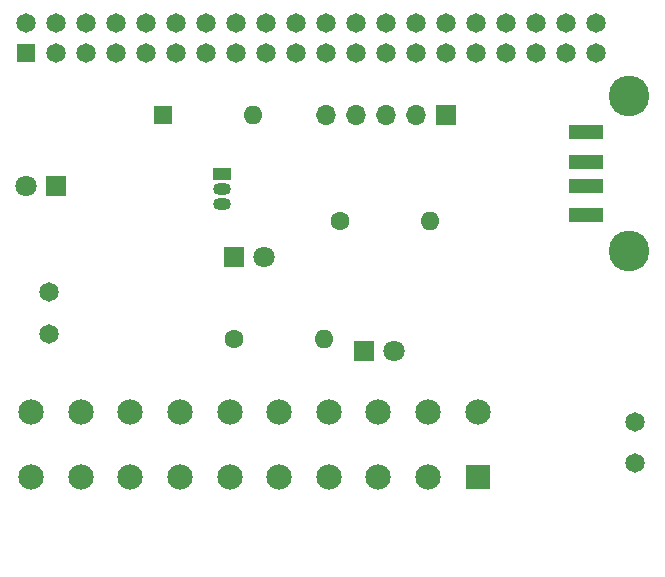
<source format=gbr>
%TF.GenerationSoftware,KiCad,Pcbnew,(6.0.9)*%
%TF.CreationDate,2022-12-10T23:12:21+01:00*%
%TF.ProjectId,ANET_ATX,414e4554-5f41-4545-982e-6b696361645f,rev?*%
%TF.SameCoordinates,Original*%
%TF.FileFunction,Soldermask,Top*%
%TF.FilePolarity,Negative*%
%FSLAX46Y46*%
G04 Gerber Fmt 4.6, Leading zero omitted, Abs format (unit mm)*
G04 Created by KiCad (PCBNEW (6.0.9)) date 2022-12-10 23:12:21*
%MOMM*%
%LPD*%
G01*
G04 APERTURE LIST*
%ADD10R,1.600000X1.600000*%
%ADD11O,1.600000X1.600000*%
%ADD12C,1.650000*%
%ADD13C,0.001000*%
%ADD14R,2.150000X2.150000*%
%ADD15C,2.150000*%
%ADD16R,1.700000X1.700000*%
%ADD17O,1.700000X1.700000*%
%ADD18R,1.800000X1.800000*%
%ADD19C,1.800000*%
%ADD20C,1.600000*%
%ADD21R,3.000000X1.250000*%
%ADD22C,3.450000*%
%ADD23R,1.650000X1.650000*%
%ADD24R,1.500000X1.050000*%
%ADD25O,1.500000X1.050000*%
G04 APERTURE END LIST*
D10*
%TO.C,SW1HWSTART1*%
X68000000Y-70000000D03*
D11*
X75620000Y-70000000D03*
%TD*%
D12*
%TO.C,J4*%
X107945000Y-96000000D03*
X107945000Y-99500000D03*
%TD*%
D13*
%TO.C,J2ATX1*%
X56850000Y-107950000D03*
X94650000Y-107950000D03*
D14*
X94650000Y-100650000D03*
D15*
X90450000Y-100650000D03*
X86250000Y-100650000D03*
X82050000Y-100650000D03*
X77850000Y-100650000D03*
X73650000Y-100650000D03*
X69450000Y-100650000D03*
X65250000Y-100650000D03*
X61050000Y-100650000D03*
X56850000Y-100650000D03*
X94650000Y-95150000D03*
X90450000Y-95150000D03*
X86250000Y-95150000D03*
X82050000Y-95150000D03*
X77850000Y-95150000D03*
X73650000Y-95150000D03*
X69450000Y-95150000D03*
X65250000Y-95150000D03*
X61050000Y-95150000D03*
X56850000Y-95150000D03*
%TD*%
D16*
%TO.C,J1*%
X92000000Y-70000000D03*
D17*
X89460000Y-70000000D03*
X86920000Y-70000000D03*
X84380000Y-70000000D03*
X81840000Y-70000000D03*
%TD*%
D18*
%TO.C,D1GPIO1*%
X74000000Y-82000000D03*
D19*
X76540000Y-82000000D03*
%TD*%
D20*
%TO.C,R2*%
X74000000Y-89000000D03*
D11*
X81620000Y-89000000D03*
%TD*%
D21*
%TO.C,J3USB1*%
X103795000Y-78475000D03*
X103795000Y-75975000D03*
X103795000Y-73975000D03*
X103795000Y-71475000D03*
D22*
X107475000Y-81545000D03*
X107475000Y-68405000D03*
%TD*%
D23*
%TO.C,J6RPI1*%
X56388000Y-64770000D03*
D12*
X56388000Y-62230000D03*
X58928000Y-64770000D03*
X58928000Y-62230000D03*
X61468000Y-64770000D03*
X61468000Y-62230000D03*
X64008000Y-64770000D03*
X64008000Y-62230000D03*
X66548000Y-64770000D03*
X66548000Y-62230000D03*
X69088000Y-64770000D03*
X69088000Y-62230000D03*
X71628000Y-64770000D03*
X71628000Y-62230000D03*
X74168000Y-64770000D03*
X74168000Y-62230000D03*
X76708000Y-64770000D03*
X76708000Y-62230000D03*
X79248000Y-64770000D03*
X79248000Y-62230000D03*
X81788000Y-64770000D03*
X81788000Y-62230000D03*
X84328000Y-64770000D03*
X84328000Y-62230000D03*
X86868000Y-64770000D03*
X86868000Y-62230000D03*
X89408000Y-64770000D03*
X89408000Y-62230000D03*
X91948000Y-64770000D03*
X91948000Y-62230000D03*
X94488000Y-64770000D03*
X94488000Y-62230000D03*
X97028000Y-64770000D03*
X97028000Y-62230000D03*
X99568000Y-64770000D03*
X99568000Y-62230000D03*
X102108000Y-64770000D03*
X102108000Y-62230000D03*
X104648000Y-64770000D03*
X104648000Y-62230000D03*
%TD*%
D24*
%TO.C,Q1*%
X73000000Y-75000000D03*
D25*
X73000000Y-76270000D03*
X73000000Y-77540000D03*
%TD*%
D20*
%TO.C,R1*%
X83000000Y-79000000D03*
D11*
X90620000Y-79000000D03*
%TD*%
D18*
%TO.C,D2SWSTART1*%
X85000000Y-90000000D03*
D19*
X87540000Y-90000000D03*
%TD*%
D12*
%TO.C,J5*%
X58345000Y-85025000D03*
X58345000Y-88525000D03*
%TD*%
D18*
%TO.C,D3POWER1*%
X59000000Y-76000000D03*
D19*
X56460000Y-76000000D03*
%TD*%
M02*

</source>
